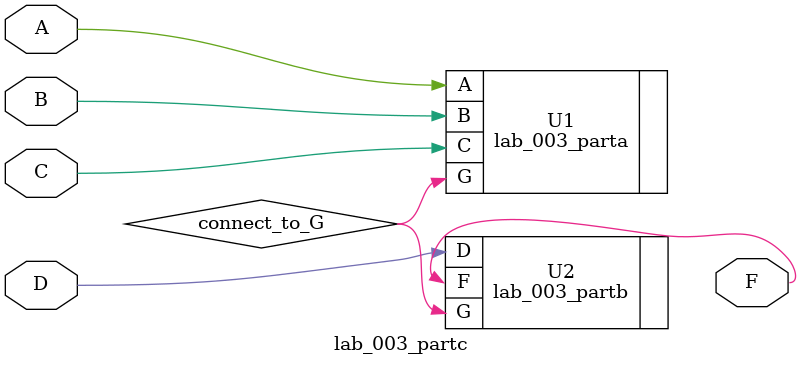
<source format=v>
module lab_003_partc (
  input A, B, C, D,
  output F
);

wire connect_to_G;

lab_003_parta U1 ( 
	.A (A),
	.B (B),
	.C (C),
	.G (connect_to_G)
);

lab_003_partb U2 (
	.G (connect_to_G),
	.D (D),
	.F (F)
);

endmodule

</source>
